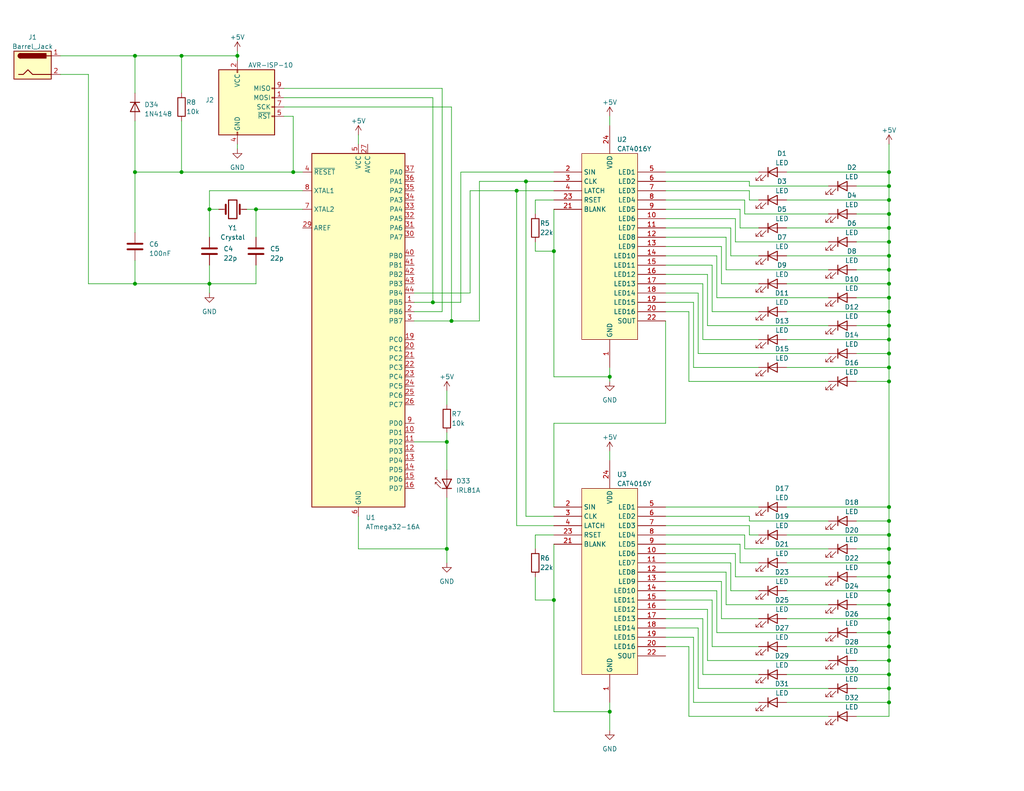
<source format=kicad_sch>
(kicad_sch (version 20230121) (generator eeschema)
  (paper "A")
  (lib_symbols
    (symbol "Connector:AVR-ISP-10" (pin_names (offset 1.016))
      (property "Reference" "J" (at -6.35 11.43 0))
      (property "Value" "AVR-ISP-10" (at 0 11.43 0))
      (symbol "AVR-ISP-10_0_1"
        (rectangle (start -2.667 -6.858) (end -2.413 -7.62))
        (rectangle (start -2.667 10.16) (end -2.413 9.398))
        (rectangle (start 7.62 -2.413) (end 6.858 -2.667))
        (rectangle (start 7.62 0.127) (end 6.858 -0.127))
        (rectangle (start 7.62 2.667) (end 6.858 2.413))
        (rectangle (start 7.62 5.207) (end 6.858 4.953))
        (rectangle (start 7.62 10.16) (end -7.62 -7.62) (stroke (width 0.254)) (fill (type background)))
      )
      (symbol "AVR-ISP-10_1_1"
        (pin passive line (at 10.16 2.54 180) (length 2.54) (name "MOSI") (number "1"))
        (pin passive line (at -2.54 -10.16 90) (length 2.54) hide (name "GND") (number "10"))
        (pin passive line (at -2.54 12.7 270) (length 2.54) (name "VCC") (number "2"))
        (pin no_connect line (at 7.62 -5.08 180) (length 2.54) hide (name "NC") (number "3"))
        (pin passive line (at -2.54 -10.16 90) (length 2.54) (name "GND") (number "4"))
        (pin passive line (at 10.16 -2.54 180) (length 2.54) (name "~{RST}") (number "5"))
        (pin passive line (at -2.54 -10.16 90) (length 2.54) hide (name "GND") (number "6"))
        (pin passive line (at 10.16 0 180) (length 2.54) (name "SCK") (number "7"))
        (pin passive line (at -2.54 -10.16 90) (length 2.54) hide (name "GND") (number "8"))
        (pin passive line (at 10.16 5.08 180) (length 2.54) (name "MISO") (number "9"))
      )
    )
    (symbol "Connector:Barrel_Jack" (pin_names (offset 1.016))
      (property "Reference" "J" (at 0 5.334 0))
      (property "Value" "Barrel_Jack" (at 0 -5.08 0))
      (symbol "Barrel_Jack_0_1"
        (rectangle (start -5.08 3.81) (end 5.08 -3.81) (stroke (width 0.254)) (fill (type background)))
        (arc (start -3.302 3.175) (mid -3.9343 2.54) (end -3.302 1.905) (stroke (width 0.254)))
        (arc (start -3.302 3.175) (mid -3.9343 2.54) (end -3.302 1.905) (stroke (width 0.254)) (fill (type outline)))
        (polyline (pts (xy 5.08 2.54) (xy 3.81 2.54)) (stroke (width 0.254)))
        (polyline (pts (xy -3.81 -2.54) (xy -2.54 -2.54) (xy -1.27 -1.27) (xy 0 -2.54) (xy 2.54 -2.54) (xy 5.08 -2.54)) (stroke (width 0.254)))
        (rectangle (start 3.683 3.175) (end -3.302 1.905) (stroke (width 0.254)) (fill (type outline)))
      )
      (symbol "Barrel_Jack_1_1"
        (pin passive line (at 7.62 2.54 180) (length 2.54) (name "~") (number "1"))
        (pin passive line (at 7.62 -2.54 180) (length 2.54) (name "~") (number "2"))
      )
    )
    (symbol "Device:C" (pin_numbers hide) (pin_names (offset 0.254))
      (property "Reference" "C" (at 0.635 2.54 0))
      (property "Value" "C" (at 0.635 -2.54 0))
      (symbol "C_0_1"
        (polyline (pts (xy -2.032 -0.762) (xy 2.032 -0.762)) (stroke (width 0.508)))
        (polyline (pts (xy -2.032 0.762) (xy 2.032 0.762)) (stroke (width 0.508)))
      )
      (symbol "C_1_1"
        (pin passive line (at 0 3.81 270) (length 2.794) (name "~") (number "1"))
        (pin passive line (at 0 -3.81 90) (length 2.794) (name "~") (number "2"))
      )
    )
    (symbol "Device:Crystal" (pin_numbers hide) (pin_names (offset 1.016) hide)
      (property "Reference" "Y" (at 0 3.81 0))
      (property "Value" "Crystal" (at 0 -3.81 0))
      (symbol "Crystal_0_1"
        (rectangle (start -1.143 2.54) (end 1.143 -2.54) (stroke (width 0.3048)))
        (polyline (pts (xy -2.54 0) (xy -1.905 0)))
        (polyline (pts (xy -1.905 -1.27) (xy -1.905 1.27)) (stroke (width 0.508)))
        (polyline (pts (xy 1.905 -1.27) (xy 1.905 1.27)) (stroke (width 0.508)))
        (polyline (pts (xy 2.54 0) (xy 1.905 0)))
      )
      (symbol "Crystal_1_1"
        (pin passive line (at -3.81 0 0) (length 1.27) (name "1") (number "1"))
        (pin passive line (at 3.81 0 180) (length 1.27) (name "2") (number "2"))
      )
    )
    (symbol "Device:LED" (pin_numbers hide) (pin_names (offset 1.016) hide)
      (property "Reference" "D" (at 0 2.54 0))
      (property "Value" "LED" (at 0 -2.54 0))
      (symbol "LED_0_1"
        (polyline (pts (xy -1.27 -1.27) (xy -1.27 1.27)) (stroke (width 0.254)))
        (polyline (pts (xy -1.27 0) (xy 1.27 0)))
        (polyline (pts (xy 1.27 -1.27) (xy 1.27 1.27) (xy -1.27 0) (xy 1.27 -1.27)) (stroke (width 0.254)))
        (polyline (pts (xy -3.048 -0.762) (xy -4.572 -2.286) (xy -3.81 -2.286) (xy -4.572 -2.286) (xy -4.572 -1.524)))
        (polyline (pts (xy -1.778 -0.762) (xy -3.302 -2.286) (xy -2.54 -2.286) (xy -3.302 -2.286) (xy -3.302 -1.524)))
      )
      (symbol "LED_1_1"
        (pin passive line (at -3.81 0 0) (length 2.54) (name "K") (number "1"))
        (pin passive line (at 3.81 0 180) (length 2.54) (name "A") (number "2"))
      )
    )
    (symbol "Device:R" (pin_numbers hide) (pin_names (offset 0))
      (property "Reference" "R" (at 2.032 0 90))
      (property "Value" "R" (at 0 0 90))
      (symbol "R_0_1"
        (rectangle (start -1.016 -2.54) (end 1.016 2.54) (stroke (width 0.254)))
      )
      (symbol "R_1_1"
        (pin passive line (at 0 3.81 270) (length 1.27) (name "~") (number "1"))
        (pin passive line (at 0 -3.81 90) (length 1.27) (name "~") (number "2"))
      )
    )
    (symbol "Diode:1N4148" (pin_numbers hide) (pin_names hide)
      (property "Reference" "D" (at 0 2.54 0))
      (property "Value" "1N4148" (at 0 -2.54 0))
      (symbol "1N4148_0_1"
        (polyline (pts (xy -1.27 1.27) (xy -1.27 -1.27)) (stroke (width 0.254)))
        (polyline (pts (xy 1.27 0) (xy -1.27 0)))
        (polyline (pts (xy 1.27 1.27) (xy 1.27 -1.27) (xy -1.27 0) (xy 1.27 1.27)) (stroke (width 0.254)))
      )
      (symbol "1N4148_1_1"
        (pin passive line (at -3.81 0 0) (length 2.54) (name "K") (number "1"))
        (pin passive line (at 3.81 0 180) (length 2.54) (name "A") (number "2"))
      )
    )
    (symbol "Driver_LED_Custom:CAT4016Y"
      (property "Reference" "U" (at -8.89 26.67 0))
      (property "Value" "CAT4016Y" (at 7.62 26.67 0))
      (symbol "CAT4016Y_1_0"
        (rectangle (start -7.62 25.4) (end 7.62 -25.4) (fill (type background)))
        (pin power_in line (at 0 -33.02 90) (length 7.62) (name "GND") (number "1"))
        (pin output line (at 15.24 7.62 180) (length 7.62) (name "LED6") (number "10"))
        (pin output line (at 15.24 5.08 180) (length 7.62) (name "LED7") (number "11"))
        (pin output line (at 15.24 2.54 180) (length 7.62) (name "LED8") (number "12"))
        (pin output line (at 15.24 0 180) (length 7.62) (name "LED9") (number "13"))
        (pin output line (at 15.24 -2.54 180) (length 7.62) (name "LED10") (number "14"))
        (pin output line (at 15.24 -5.08 180) (length 7.62) (name "LED11") (number "15"))
        (pin output line (at 15.24 -7.62 180) (length 7.62) (name "LED12") (number "16"))
        (pin output line (at 15.24 -10.16 180) (length 7.62) (name "LED13") (number "17"))
        (pin output line (at 15.24 -12.7 180) (length 7.62) (name "LED14") (number "18"))
        (pin output line (at 15.24 -15.24 180) (length 7.62) (name "LED15") (number "19"))
        (pin input line (at -15.24 20.32 0) (length 7.62) (name "SIN") (number "2"))
        (pin output line (at 15.24 -17.78 180) (length 7.62) (name "LED16") (number "20"))
        (pin passive line (at -15.24 10.16 0) (length 7.62) (name "BLANK") (number "21"))
        (pin output line (at 15.24 -20.32 180) (length 7.62) (name "SOUT") (number "22"))
        (pin passive line (at -15.24 12.7 0) (length 7.62) (name "RSET") (number "23"))
        (pin power_in line (at 0 33.02 270) (length 7.62) (name "VDD") (number "24"))
        (pin input line (at -15.24 17.78 0) (length 7.62) (name "CLK") (number "3"))
        (pin input line (at -15.24 15.24 0) (length 7.62) (name "LATCH") (number "4"))
        (pin output line (at 15.24 20.32 180) (length 7.62) (name "LED1") (number "5"))
        (pin output line (at 15.24 17.78 180) (length 7.62) (name "LED2") (number "6"))
        (pin output line (at 15.24 15.24 180) (length 7.62) (name "LED3") (number "7"))
        (pin output line (at 15.24 12.7 180) (length 7.62) (name "LED4") (number "8"))
        (pin output line (at 15.24 10.16 180) (length 7.62) (name "LED5") (number "9"))
      )
    )
    (symbol "LED:IRL81A" (pin_numbers hide) (pin_names (offset 1.016) hide)
      (property "Reference" "D" (at 0.508 1.778 0))
      (property "Value" "IRL81A" (at -1.016 -2.794 0))
      (symbol "IRL81A_0_1"
        (polyline (pts (xy -2.54 0) (xy 0 0)))
        (polyline (pts (xy -2.54 1.27) (xy -2.54 -1.27)) (stroke (width 0.254)))
        (polyline (pts (xy 0.381 3.175) (xy -0.127 3.175)))
        (polyline (pts (xy -1.143 1.651) (xy 0.381 3.175) (xy 0.381 2.667)))
        (polyline (pts (xy 0 -1.27) (xy 0 1.27) (xy -2.54 0) (xy 0 -1.27)) (stroke (width 0.254)))
        (polyline (pts (xy -2.413 1.651) (xy -0.889 3.175) (xy -0.889 2.667) (xy -0.889 3.175) (xy -1.397 3.175)))
      )
      (symbol "IRL81A_1_1"
        (pin passive line (at -5.08 0 0) (length 2.54) (name "K") (number "1"))
        (pin passive line (at 2.54 0 180) (length 2.54) (name "A") (number "2"))
      )
    )
    (symbol "MCU_Microchip_ATmega:ATmega32-16A"
      (property "Reference" "U" (at -12.7 49.53 0))
      (property "Value" "ATmega32-16A" (at 2.54 -49.53 0))
      (symbol "ATmega32-16A_0_1"
        (rectangle (start -12.7 -48.26) (end 12.7 48.26) (stroke (width 0.254)) (fill (type background)))
      )
      (symbol "ATmega32-16A_1_1"
        (pin bidirectional line (at 15.24 7.62 180) (length 2.54) (name "PB5") (number "1"))
        (pin bidirectional line (at 15.24 -27.94 180) (length 2.54) (name "PD1") (number "10"))
        (pin bidirectional line (at 15.24 -30.48 180) (length 2.54) (name "PD2") (number "11"))
        (pin bidirectional line (at 15.24 -33.02 180) (length 2.54) (name "PD3") (number "12"))
        (pin bidirectional line (at 15.24 -35.56 180) (length 2.54) (name "PD4") (number "13"))
        (pin bidirectional line (at 15.24 -38.1 180) (length 2.54) (name "PD5") (number "14"))
        (pin bidirectional line (at 15.24 -40.64 180) (length 2.54) (name "PD6") (number "15"))
        (pin bidirectional line (at 15.24 -43.18 180) (length 2.54) (name "PD7") (number "16"))
        (pin passive line (at 0 50.8 270) (length 2.54) hide (name "VCC") (number "17"))
        (pin passive line (at 0 -50.8 90) (length 2.54) hide (name "GND") (number "18"))
        (pin bidirectional line (at 15.24 -2.54 180) (length 2.54) (name "PC0") (number "19"))
        (pin bidirectional line (at 15.24 5.08 180) (length 2.54) (name "PB6") (number "2"))
        (pin bidirectional line (at 15.24 -5.08 180) (length 2.54) (name "PC1") (number "20"))
        (pin bidirectional line (at 15.24 -7.62 180) (length 2.54) (name "PC2") (number "21"))
        (pin bidirectional line (at 15.24 -10.16 180) (length 2.54) (name "PC3") (number "22"))
        (pin bidirectional line (at 15.24 -12.7 180) (length 2.54) (name "PC4") (number "23"))
        (pin bidirectional line (at 15.24 -15.24 180) (length 2.54) (name "PC5") (number "24"))
        (pin bidirectional line (at 15.24 -17.78 180) (length 2.54) (name "PC6") (number "25"))
        (pin bidirectional line (at 15.24 -20.32 180) (length 2.54) (name "PC7") (number "26"))
        (pin power_in line (at 2.54 50.8 270) (length 2.54) (name "AVCC") (number "27"))
        (pin passive line (at 0 -50.8 90) (length 2.54) hide (name "GND") (number "28"))
        (pin passive line (at -15.24 27.94 0) (length 2.54) (name "AREF") (number "29"))
        (pin bidirectional line (at 15.24 2.54 180) (length 2.54) (name "PB7") (number "3"))
        (pin bidirectional line (at 15.24 25.4 180) (length 2.54) (name "PA7") (number "30"))
        (pin bidirectional line (at 15.24 27.94 180) (length 2.54) (name "PA6") (number "31"))
        (pin bidirectional line (at 15.24 30.48 180) (length 2.54) (name "PA5") (number "32"))
        (pin bidirectional line (at 15.24 33.02 180) (length 2.54) (name "PA4") (number "33"))
        (pin bidirectional line (at 15.24 35.56 180) (length 2.54) (name "PA3") (number "34"))
        (pin bidirectional line (at 15.24 38.1 180) (length 2.54) (name "PA2") (number "35"))
        (pin bidirectional line (at 15.24 40.64 180) (length 2.54) (name "PA1") (number "36"))
        (pin bidirectional line (at 15.24 43.18 180) (length 2.54) (name "PA0") (number "37"))
        (pin passive line (at 0 50.8 270) (length 2.54) hide (name "VCC") (number "38"))
        (pin passive line (at 0 -50.8 90) (length 2.54) hide (name "GND") (number "39"))
        (pin input line (at -15.24 43.18 0) (length 2.54) (name "~{RESET}") (number "4"))
        (pin bidirectional line (at 15.24 20.32 180) (length 2.54) (name "PB0") (number "40"))
        (pin bidirectional line (at 15.24 17.78 180) (length 2.54) (name "PB1") (number "41"))
        (pin bidirectional line (at 15.24 15.24 180) (length 2.54) (name "PB2") (number "42"))
        (pin bidirectional line (at 15.24 12.7 180) (length 2.54) (name "PB3") (number "43"))
        (pin bidirectional line (at 15.24 10.16 180) (length 2.54) (name "PB4") (number "44"))
        (pin power_in line (at 0 50.8 270) (length 2.54) (name "VCC") (number "5"))
        (pin power_in line (at 0 -50.8 90) (length 2.54) (name "GND") (number "6"))
        (pin output line (at -15.24 33.02 0) (length 2.54) (name "XTAL2") (number "7"))
        (pin input line (at -15.24 38.1 0) (length 2.54) (name "XTAL1") (number "8"))
        (pin bidirectional line (at 15.24 -25.4 180) (length 2.54) (name "PD0") (number "9"))
      )
    )
    (symbol "power:+5V" (power) (pin_names (offset 0))
      (property "Value" "+5V" (at 0 3.556 0))
      (symbol "+5V_0_1"
        (polyline (pts (xy -0.762 1.27) (xy 0 2.54)))
        (polyline (pts (xy 0 0) (xy 0 2.54)))
        (polyline (pts (xy 0 2.54) (xy 0.762 1.27)))
      )
      (symbol "+5V_1_1"
        (pin power_in line (at 0 0 90) (length 0) hide (name "+5V") (number "1"))
      )
    )
    (symbol "power:GND" (power) (pin_names (offset 0))
      (property "Value" "GND" (at 0 -3.81 0))
      (symbol "GND_0_1"
        (polyline (pts (xy 0 0) (xy 0 -1.27) (xy 1.27 -1.27) (xy 0 -2.54) (xy -1.27 -1.27) (xy 0 -1.27)))
      )
      (symbol "GND_1_1"
        (pin power_in line (at 0 0 270) (length 0) hide (name "GND") (number "1"))
      )
    )
  )
  (junction (at 69.85 57.15))
  (junction (at 242.57 62.23))
  (junction (at 123.19 87.63))
  (junction (at 49.53 15.24))
  (junction (at 242.57 138.43))
  (junction (at 57.15 57.15))
  (junction (at 57.15 77.47))
  (junction (at 118.11 82.55))
  (junction (at 242.57 176.53))
  (junction (at 242.57 184.15))
  (junction (at 166.37 194.31))
  (junction (at 242.57 157.48))
  (junction (at 242.57 81.28))
  (junction (at 166.37 102.87))
  (junction (at 242.57 73.66))
  (junction (at 143.51 49.53))
  (junction (at 242.57 187.96))
  (junction (at 121.92 149.86))
  (junction (at 36.83 77.47))
  (junction (at 242.57 142.24))
  (junction (at 242.57 69.85))
  (junction (at 242.57 85.09))
  (junction (at 242.57 165.1))
  (junction (at 242.57 92.71))
  (junction (at 140.97 52.07))
  (junction (at 242.57 50.8))
  (junction (at 242.57 46.99))
  (junction (at 64.77 15.24))
  (junction (at 151.13 163.83))
  (junction (at 36.83 46.99))
  (junction (at 49.53 46.99))
  (junction (at 242.57 191.77))
  (junction (at 242.57 100.33))
  (junction (at 242.57 88.9))
  (junction (at 242.57 168.91))
  (junction (at 242.57 149.86))
  (junction (at 242.57 153.67))
  (junction (at 242.57 172.72))
  (junction (at 242.57 180.34))
  (junction (at 242.57 104.14))
  (junction (at 242.57 54.61))
  (junction (at 242.57 58.42))
  (junction (at 242.57 77.47))
  (junction (at 80.01 46.99))
  (junction (at 242.57 146.05))
  (junction (at 242.57 161.29))
  (junction (at 151.13 68.58))
  (junction (at 242.57 96.52))
  (junction (at 121.92 120.65))
  (junction (at 36.83 15.24))
  (junction (at 242.57 66.04))
  (wire (pts (xy 190.5 171.45) (xy 190.5 187.96)))
  (wire (pts (xy 36.83 46.99) (xy 36.83 63.5)))
  (wire (pts (xy 36.83 25.4) (xy 36.83 15.24)))
  (wire (pts (xy 196.85 77.47) (xy 207.01 77.47)))
  (wire (pts (xy 57.15 72.39) (xy 57.15 77.47)))
  (wire (pts (xy 199.39 69.85) (xy 207.01 69.85)))
  (wire (pts (xy 194.31 163.83) (xy 194.31 176.53)))
  (wire (pts (xy 233.68 50.8) (xy 242.57 50.8)))
  (wire (pts (xy 198.12 165.1) (xy 226.06 165.1)))
  (wire (pts (xy 181.61 64.77) (xy 198.12 64.77)))
  (wire (pts (xy 97.79 149.86) (xy 121.92 149.86)))
  (wire (pts (xy 181.61 161.29) (xy 195.58 161.29)))
  (wire (pts (xy 242.57 69.85) (xy 242.57 73.66)))
  (wire (pts (xy 193.04 88.9) (xy 226.06 88.9)))
  (wire (pts (xy 128.27 52.07) (xy 140.97 52.07)))
  (wire (pts (xy 200.66 59.69) (xy 200.66 66.04)))
  (wire (pts (xy 151.13 68.58) (xy 151.13 102.87)))
  (wire (pts (xy 204.47 50.8) (xy 226.06 50.8)))
  (wire (pts (xy 187.96 104.14) (xy 226.06 104.14)))
  (wire (pts (xy 181.61 57.15) (xy 201.93 57.15)))
  (wire (pts (xy 214.63 69.85) (xy 242.57 69.85)))
  (wire (pts (xy 64.77 40.64) (xy 64.77 39.37)))
  (wire (pts (xy 181.61 82.55) (xy 189.23 82.55)))
  (wire (pts (xy 140.97 143.51) (xy 140.97 52.07)))
  (wire (pts (xy 181.61 72.39) (xy 194.31 72.39)))
  (wire (pts (xy 242.57 161.29) (xy 242.57 165.1)))
  (wire (pts (xy 69.85 57.15) (xy 82.55 57.15)))
  (wire (pts (xy 187.96 195.58) (xy 226.06 195.58)))
  (wire (pts (xy 151.13 143.51) (xy 140.97 143.51)))
  (wire (pts (xy 214.63 138.43) (xy 242.57 138.43)))
  (wire (pts (xy 24.13 77.47) (xy 36.83 77.47)))
  (wire (pts (xy 242.57 39.37) (xy 242.57 46.99)))
  (wire (pts (xy 214.63 54.61) (xy 242.57 54.61)))
  (wire (pts (xy 187.96 85.09) (xy 187.96 104.14)))
  (wire (pts (xy 77.47 26.67) (xy 118.11 26.67)))
  (wire (pts (xy 242.57 73.66) (xy 242.57 77.47)))
  (wire (pts (xy 181.61 46.99) (xy 207.01 46.99)))
  (wire (pts (xy 181.61 166.37) (xy 193.04 166.37)))
  (wire (pts (xy 214.63 46.99) (xy 242.57 46.99)))
  (wire (pts (xy 242.57 187.96) (xy 242.57 191.77)))
  (wire (pts (xy 146.05 54.61) (xy 151.13 54.61)))
  (wire (pts (xy 242.57 153.67) (xy 242.57 157.48)))
  (wire (pts (xy 181.61 52.07) (xy 204.47 52.07)))
  (wire (pts (xy 199.39 161.29) (xy 207.01 161.29)))
  (wire (pts (xy 242.57 138.43) (xy 242.57 142.24)))
  (wire (pts (xy 49.53 46.99) (xy 49.53 33.02)))
  (wire (pts (xy 120.65 24.13) (xy 120.65 85.09)))
  (wire (pts (xy 181.61 156.21) (xy 198.12 156.21)))
  (wire (pts (xy 181.61 80.01) (xy 190.5 80.01)))
  (wire (pts (xy 201.93 62.23) (xy 207.01 62.23)))
  (wire (pts (xy 151.13 140.97) (xy 143.51 140.97)))
  (wire (pts (xy 49.53 15.24) (xy 64.77 15.24)))
  (wire (pts (xy 69.85 77.47) (xy 69.85 72.39)))
  (wire (pts (xy 203.2 54.61) (xy 203.2 58.42)))
  (wire (pts (xy 121.92 128.27) (xy 121.92 120.65)))
  (wire (pts (xy 181.61 138.43) (xy 207.01 138.43)))
  (wire (pts (xy 200.66 151.13) (xy 200.66 157.48)))
  (wire (pts (xy 242.57 58.42) (xy 242.57 62.23)))
  (wire (pts (xy 233.68 81.28) (xy 242.57 81.28)))
  (wire (pts (xy 166.37 102.87) (xy 166.37 104.14)))
  (wire (pts (xy 77.47 31.75) (xy 80.01 31.75)))
  (wire (pts (xy 166.37 123.19) (xy 166.37 125.73)))
  (wire (pts (xy 121.92 149.86) (xy 121.92 153.67)))
  (wire (pts (xy 77.47 29.21) (xy 123.19 29.21)))
  (wire (pts (xy 181.61 49.53) (xy 204.47 49.53)))
  (wire (pts (xy 242.57 180.34) (xy 242.57 184.15)))
  (wire (pts (xy 80.01 46.99) (xy 82.55 46.99)))
  (wire (pts (xy 97.79 36.83) (xy 97.79 39.37)))
  (wire (pts (xy 233.68 142.24) (xy 242.57 142.24)))
  (wire (pts (xy 130.81 49.53) (xy 143.51 49.53)))
  (wire (pts (xy 242.57 46.99) (xy 242.57 50.8)))
  (wire (pts (xy 242.57 92.71) (xy 242.57 96.52)))
  (wire (pts (xy 233.68 157.48) (xy 242.57 157.48)))
  (wire (pts (xy 214.63 85.09) (xy 242.57 85.09)))
  (wire (pts (xy 194.31 176.53) (xy 207.01 176.53)))
  (wire (pts (xy 151.13 163.83) (xy 151.13 194.31)))
  (wire (pts (xy 242.57 157.48) (xy 242.57 161.29)))
  (wire (pts (xy 181.61 69.85) (xy 195.58 69.85)))
  (wire (pts (xy 181.61 173.99) (xy 189.23 173.99)))
  (wire (pts (xy 130.81 87.63) (xy 130.81 49.53)))
  (wire (pts (xy 200.66 66.04) (xy 226.06 66.04)))
  (wire (pts (xy 151.13 148.59) (xy 151.13 163.83)))
  (wire (pts (xy 123.19 87.63) (xy 130.81 87.63)))
  (wire (pts (xy 191.77 77.47) (xy 191.77 92.71)))
  (wire (pts (xy 242.57 191.77) (xy 242.57 195.58)))
  (wire (pts (xy 242.57 172.72) (xy 242.57 176.53)))
  (wire (pts (xy 214.63 176.53) (xy 242.57 176.53)))
  (wire (pts (xy 77.47 24.13) (xy 120.65 24.13)))
  (wire (pts (xy 233.68 73.66) (xy 242.57 73.66)))
  (wire (pts (xy 195.58 172.72) (xy 226.06 172.72)))
  (wire (pts (xy 199.39 62.23) (xy 199.39 69.85)))
  (wire (pts (xy 64.77 13.97) (xy 64.77 15.24)))
  (wire (pts (xy 181.61 153.67) (xy 199.39 153.67)))
  (wire (pts (xy 195.58 69.85) (xy 195.58 81.28)))
  (wire (pts (xy 195.58 81.28) (xy 226.06 81.28)))
  (wire (pts (xy 190.5 96.52) (xy 226.06 96.52)))
  (wire (pts (xy 143.51 49.53) (xy 151.13 49.53)))
  (wire (pts (xy 181.61 74.93) (xy 193.04 74.93)))
  (wire (pts (xy 196.85 168.91) (xy 207.01 168.91)))
  (wire (pts (xy 233.68 149.86) (xy 242.57 149.86)))
  (wire (pts (xy 242.57 165.1) (xy 242.57 168.91)))
  (wire (pts (xy 151.13 102.87) (xy 166.37 102.87)))
  (wire (pts (xy 196.85 67.31) (xy 196.85 77.47)))
  (wire (pts (xy 242.57 104.14) (xy 233.68 104.14)))
  (wire (pts (xy 190.5 80.01) (xy 190.5 96.52)))
  (wire (pts (xy 204.47 52.07) (xy 204.47 54.61)))
  (wire (pts (xy 233.68 165.1) (xy 242.57 165.1)))
  (wire (pts (xy 193.04 74.93) (xy 193.04 88.9)))
  (wire (pts (xy 181.61 143.51) (xy 204.47 143.51)))
  (wire (pts (xy 187.96 176.53) (xy 187.96 195.58)))
  (wire (pts (xy 242.57 54.61) (xy 242.57 58.42)))
  (wire (pts (xy 120.65 85.09) (xy 113.03 85.09)))
  (wire (pts (xy 49.53 25.4) (xy 49.53 15.24)))
  (wire (pts (xy 242.57 77.47) (xy 242.57 81.28)))
  (wire (pts (xy 242.57 100.33) (xy 242.57 104.14)))
  (wire (pts (xy 97.79 140.97) (xy 97.79 149.86)))
  (wire (pts (xy 36.83 77.47) (xy 57.15 77.47)))
  (wire (pts (xy 191.77 184.15) (xy 207.01 184.15)))
  (wire (pts (xy 201.93 148.59) (xy 201.93 153.67)))
  (wire (pts (xy 16.51 15.24) (xy 36.83 15.24)))
  (wire (pts (xy 199.39 153.67) (xy 199.39 161.29)))
  (wire (pts (xy 143.51 140.97) (xy 143.51 49.53)))
  (wire (pts (xy 196.85 158.75) (xy 196.85 168.91)))
  (wire (pts (xy 146.05 66.04) (xy 146.05 68.58)))
  (wire (pts (xy 181.61 151.13) (xy 200.66 151.13)))
  (wire (pts (xy 151.13 57.15) (xy 151.13 68.58)))
  (wire (pts (xy 181.61 171.45) (xy 190.5 171.45)))
  (wire (pts (xy 181.61 148.59) (xy 201.93 148.59)))
  (wire (pts (xy 36.83 46.99) (xy 49.53 46.99)))
  (wire (pts (xy 190.5 187.96) (xy 226.06 187.96)))
  (wire (pts (xy 118.11 26.67) (xy 118.11 82.55)))
  (wire (pts (xy 233.68 88.9) (xy 242.57 88.9)))
  (wire (pts (xy 203.2 58.42) (xy 226.06 58.42)))
  (wire (pts (xy 242.57 149.86) (xy 242.57 153.67)))
  (wire (pts (xy 242.57 62.23) (xy 242.57 66.04)))
  (wire (pts (xy 198.12 64.77) (xy 198.12 73.66)))
  (wire (pts (xy 64.77 15.24) (xy 64.77 16.51)))
  (wire (pts (xy 181.61 115.57) (xy 151.13 115.57)))
  (wire (pts (xy 193.04 166.37) (xy 193.04 180.34)))
  (wire (pts (xy 214.63 62.23) (xy 242.57 62.23)))
  (wire (pts (xy 195.58 161.29) (xy 195.58 172.72)))
  (wire (pts (xy 233.68 58.42) (xy 242.57 58.42)))
  (wire (pts (xy 121.92 118.11) (xy 121.92 120.65)))
  (wire (pts (xy 140.97 52.07) (xy 151.13 52.07)))
  (wire (pts (xy 57.15 52.07) (xy 82.55 52.07)))
  (wire (pts (xy 214.63 92.71) (xy 242.57 92.71)))
  (wire (pts (xy 204.47 143.51) (xy 204.47 146.05)))
  (wire (pts (xy 67.31 57.15) (xy 69.85 57.15)))
  (wire (pts (xy 189.23 100.33) (xy 207.01 100.33)))
  (wire (pts (xy 204.47 49.53) (xy 204.47 50.8)))
  (wire (pts (xy 57.15 57.15) (xy 57.15 52.07)))
  (wire (pts (xy 242.57 96.52) (xy 242.57 100.33)))
  (wire (pts (xy 121.92 106.68) (xy 121.92 110.49)))
  (wire (pts (xy 113.03 80.01) (xy 128.27 80.01)))
  (wire (pts (xy 146.05 157.48) (xy 146.05 163.83)))
  (wire (pts (xy 194.31 85.09) (xy 207.01 85.09)))
  (wire (pts (xy 214.63 191.77) (xy 242.57 191.77)))
  (wire (pts (xy 57.15 77.47) (xy 57.15 80.01)))
  (wire (pts (xy 57.15 77.47) (xy 69.85 77.47)))
  (wire (pts (xy 198.12 73.66) (xy 226.06 73.66)))
  (wire (pts (xy 203.2 149.86) (xy 226.06 149.86)))
  (wire (pts (xy 242.57 50.8) (xy 242.57 54.61)))
  (wire (pts (xy 24.13 20.32) (xy 24.13 77.47)))
  (wire (pts (xy 181.61 176.53) (xy 187.96 176.53)))
  (wire (pts (xy 214.63 146.05) (xy 242.57 146.05)))
  (wire (pts (xy 121.92 120.65) (xy 113.03 120.65)))
  (wire (pts (xy 57.15 57.15) (xy 57.15 64.77)))
  (wire (pts (xy 193.04 180.34) (xy 226.06 180.34)))
  (wire (pts (xy 181.61 67.31) (xy 196.85 67.31)))
  (wire (pts (xy 189.23 191.77) (xy 207.01 191.77)))
  (wire (pts (xy 204.47 54.61) (xy 207.01 54.61)))
  (wire (pts (xy 204.47 146.05) (xy 207.01 146.05)))
  (wire (pts (xy 201.93 57.15) (xy 201.93 62.23)))
  (wire (pts (xy 242.57 104.14) (xy 242.57 138.43)))
  (wire (pts (xy 146.05 58.42) (xy 146.05 54.61)))
  (wire (pts (xy 214.63 77.47) (xy 242.57 77.47)))
  (wire (pts (xy 166.37 191.77) (xy 166.37 194.31)))
  (wire (pts (xy 233.68 66.04) (xy 242.57 66.04)))
  (wire (pts (xy 242.57 168.91) (xy 242.57 172.72)))
  (wire (pts (xy 233.68 187.96) (xy 242.57 187.96)))
  (wire (pts (xy 16.51 20.32) (xy 24.13 20.32)))
  (wire (pts (xy 151.13 194.31) (xy 166.37 194.31)))
  (wire (pts (xy 191.77 168.91) (xy 191.77 184.15)))
  (wire (pts (xy 242.57 195.58) (xy 233.68 195.58)))
  (wire (pts (xy 49.53 46.99) (xy 80.01 46.99)))
  (wire (pts (xy 214.63 100.33) (xy 242.57 100.33)))
  (wire (pts (xy 233.68 96.52) (xy 242.57 96.52)))
  (wire (pts (xy 201.93 153.67) (xy 207.01 153.67)))
  (wire (pts (xy 146.05 163.83) (xy 151.13 163.83)))
  (wire (pts (xy 69.85 64.77) (xy 69.85 57.15)))
  (wire (pts (xy 181.61 85.09) (xy 187.96 85.09)))
  (wire (pts (xy 181.61 158.75) (xy 196.85 158.75)))
  (wire (pts (xy 242.57 184.15) (xy 242.57 187.96)))
  (wire (pts (xy 233.68 180.34) (xy 242.57 180.34)))
  (wire (pts (xy 214.63 161.29) (xy 242.57 161.29)))
  (wire (pts (xy 57.15 57.15) (xy 59.69 57.15)))
  (wire (pts (xy 181.61 140.97) (xy 204.47 140.97)))
  (wire (pts (xy 36.83 33.02) (xy 36.83 46.99)))
  (wire (pts (xy 181.61 87.63) (xy 181.61 115.57)))
  (wire (pts (xy 242.57 146.05) (xy 242.57 149.86)))
  (wire (pts (xy 125.73 46.99) (xy 125.73 82.55)))
  (wire (pts (xy 36.83 15.24) (xy 49.53 15.24)))
  (wire (pts (xy 151.13 115.57) (xy 151.13 138.43)))
  (wire (pts (xy 203.2 146.05) (xy 203.2 149.86)))
  (wire (pts (xy 204.47 142.24) (xy 226.06 142.24)))
  (wire (pts (xy 214.63 168.91) (xy 242.57 168.91)))
  (wire (pts (xy 80.01 31.75) (xy 80.01 46.99)))
  (wire (pts (xy 242.57 142.24) (xy 242.57 146.05)))
  (wire (pts (xy 181.61 77.47) (xy 191.77 77.47)))
  (wire (pts (xy 198.12 156.21) (xy 198.12 165.1)))
  (wire (pts (xy 123.19 87.63) (xy 113.03 87.63)))
  (wire (pts (xy 181.61 54.61) (xy 203.2 54.61)))
  (wire (pts (xy 146.05 68.58) (xy 151.13 68.58)))
  (wire (pts (xy 214.63 153.67) (xy 242.57 153.67)))
  (wire (pts (xy 189.23 82.55) (xy 189.23 100.33)))
  (wire (pts (xy 242.57 85.09) (xy 242.57 88.9)))
  (wire (pts (xy 233.68 172.72) (xy 242.57 172.72)))
  (wire (pts (xy 166.37 100.33) (xy 166.37 102.87)))
  (wire (pts (xy 166.37 194.31) (xy 166.37 199.39)))
  (wire (pts (xy 146.05 146.05) (xy 151.13 146.05)))
  (wire (pts (xy 189.23 173.99) (xy 189.23 191.77)))
  (wire (pts (xy 128.27 80.01) (xy 128.27 52.07)))
  (wire (pts (xy 181.61 168.91) (xy 191.77 168.91)))
  (wire (pts (xy 181.61 59.69) (xy 200.66 59.69)))
  (wire (pts (xy 242.57 81.28) (xy 242.57 85.09)))
  (wire (pts (xy 181.61 62.23) (xy 199.39 62.23)))
  (wire (pts (xy 151.13 46.99) (xy 125.73 46.99)))
  (wire (pts (xy 36.83 71.12) (xy 36.83 77.47)))
  (wire (pts (xy 118.11 82.55) (xy 113.03 82.55)))
  (wire (pts (xy 200.66 157.48) (xy 226.06 157.48)))
  (wire (pts (xy 194.31 72.39) (xy 194.31 85.09)))
  (wire (pts (xy 121.92 135.89) (xy 121.92 149.86)))
  (wire (pts (xy 242.57 66.04) (xy 242.57 69.85)))
  (wire (pts (xy 204.47 140.97) (xy 204.47 142.24)))
  (wire (pts (xy 242.57 176.53) (xy 242.57 180.34)))
  (wire (pts (xy 166.37 31.75) (xy 166.37 34.29)))
  (wire (pts (xy 242.57 88.9) (xy 242.57 92.71)))
  (wire (pts (xy 146.05 149.86) (xy 146.05 146.05)))
  (wire (pts (xy 125.73 82.55) (xy 118.11 82.55)))
  (wire (pts (xy 181.61 163.83) (xy 194.31 163.83)))
  (wire (pts (xy 214.63 184.15) (xy 242.57 184.15)))
  (wire (pts (xy 181.61 146.05) (xy 203.2 146.05)))
  (wire (pts (xy 123.19 29.21) (xy 123.19 87.63)))
  (wire (pts (xy 191.77 92.71) (xy 207.01 92.71)))
  (symbol (lib_id "Device:LED") (at 210.82 161.29 0) (unit 1)
    (property "Reference" "D23" (at 213.36 156.21 0))
    (property "Value" "LED" (at 213.36 158.75 0))
    (property "Footprint" "LED_SMD:LED_1206_3216Metric" (effects hide))
  )
  (symbol (lib_id "Device:LED") (at 229.87 142.24 0) (unit 1)
    (property "Reference" "D18" (at 232.41 137.16 0))
    (property "Value" "LED" (at 232.41 139.7 0))
    (property "Footprint" "LED_SMD:LED_1206_3216Metric" (effects hide))
  )
  (symbol (lib_id "Device:LED") (at 210.82 77.47 0) (unit 1)
    (property "Reference" "D9" (at 213.36 72.39 0))
    (property "Value" "LED" (at 213.36 74.93 0))
    (property "Footprint" "LED_SMD:LED_1206_3216Metric" (effects hide))
  )
  (symbol (lib_id "Device:LED") (at 210.82 176.53 0) (unit 1)
    (property "Reference" "D27" (at 213.36 171.45 0))
    (property "Value" "LED" (at 213.36 173.99 0))
    (property "Footprint" "LED_SMD:LED_1206_3216Metric" (effects hide))
  )
  (symbol (lib_id "Device:R") (at 121.92 114.3 0) (unit 1)
    (property "Reference" "R7" (at 123.19 113.03 0) (effects (justify left)))
    (property "Value" "10k" (at 123.19 115.57 0) (effects (justify left)))
    (property "Footprint" "Resistor_SMD:R_0201_0603Metric_Pad0.64x0.40mm_HandSolder" (effects hide))
  )
  (symbol (lib_id "Connector:Barrel_Jack") (at 8.89 17.78 0) (unit 1)
    (property "Reference" "J1" (at 8.89 10.16 0))
    (property "Value" "Barrel_Jack" (at 8.89 12.7 0))
    (property "Footprint" "Connector_JST:JST_PH_S2B-PH-SM4-TB_1x02-1MP_P2.00mm_Horizontal" (effects hide))
  )
  (symbol (lib_id "Device:Crystal") (at 63.5 57.15 0) (unit 1)
    (property "Reference" "Y1" (at 63.5 62.23 0))
    (property "Value" "Crystal" (at 63.5 64.77 0))
    (property "Footprint" "Crystal:Crystal_HC49-4H_Vertical" (effects hide))
  )
  (symbol (lib_id "Device:LED") (at 229.87 195.58 0) (unit 1)
    (property "Reference" "D32" (at 232.41 190.5 0))
    (property "Value" "LED" (at 232.41 193.04 0))
    (property "Footprint" "LED_SMD:LED_1206_3216Metric" (effects hide))
  )
  (symbol (lib_id "power:+5V") (at 166.37 31.75 0) (unit 1)
    (property "Reference" "#PWR05" (effects hide))
    (property "Value" "+5V" (at 166.37 27.94 0))
  )
  (symbol (lib_id "power:+5V") (at 97.79 36.83 0) (unit 1)
    (property "Reference" "#PWR03" (effects hide))
    (property "Value" "+5V" (at 97.79 33.02 0))
  )
  (symbol (lib_id "Device:LED") (at 210.82 153.67 0) (unit 1)
    (property "Reference" "D21" (at 213.36 148.59 0))
    (property "Value" "LED" (at 213.36 151.13 0))
    (property "Footprint" "LED_SMD:LED_1206_3216Metric" (effects hide))
  )
  (symbol (lib_id "Device:LED") (at 210.82 54.61 0) (unit 1)
    (property "Reference" "D3" (at 213.36 49.53 0))
    (property "Value" "LED" (at 213.36 52.07 0))
    (property "Footprint" "LED_SMD:LED_1206_3216Metric" (effects hide))
  )
  (symbol (lib_id "power:GND") (at 121.92 153.67 0) (unit 1)
    (property "Reference" "#PWR010" (effects hide))
    (property "Value" "GND" (at 121.92 158.75 0))
  )
  (symbol (lib_id "Device:LED") (at 229.87 50.8 0) (unit 1)
    (property "Reference" "D2" (at 232.41 45.72 0))
    (property "Value" "LED" (at 232.41 48.26 0))
    (property "Footprint" "LED_SMD:LED_1206_3216Metric" (effects hide))
  )
  (symbol (lib_id "Device:R") (at 146.05 62.23 0) (unit 1)
    (property "Reference" "R5" (at 147.32 60.96 0) (effects (justify left)))
    (property "Value" "22k" (at 147.32 63.5 0) (effects (justify left)))
    (property "Footprint" "Resistor_SMD:R_0201_0603Metric_Pad0.64x0.40mm_HandSolder" (effects hide))
  )
  (symbol (lib_id "Device:LED") (at 229.87 180.34 0) (unit 1)
    (property "Reference" "D28" (at 232.41 175.26 0))
    (property "Value" "LED" (at 232.41 177.8 0))
    (property "Footprint" "LED_SMD:LED_1206_3216Metric" (effects hide))
  )
  (symbol (lib_id "power:GND") (at 57.15 80.01 0) (unit 1)
    (property "Reference" "#PWR01" (effects hide))
    (property "Value" "GND" (at 57.15 85.09 0))
  )
  (symbol (lib_id "Device:LED") (at 229.87 149.86 0) (unit 1)
    (property "Reference" "D20" (at 232.41 144.78 0))
    (property "Value" "LED" (at 232.41 147.32 0))
    (property "Footprint" "LED_SMD:LED_1206_3216Metric" (effects hide))
  )
  (symbol (lib_id "Device:R") (at 49.53 29.21 0) (unit 1)
    (property "Reference" "R8" (at 50.8 27.94 0) (effects (justify left)))
    (property "Value" "10k" (at 50.8 30.48 0) (effects (justify left)))
    (property "Footprint" "Resistor_SMD:R_0201_0603Metric_Pad0.64x0.40mm_HandSolder" (effects hide))
  )
  (symbol (lib_id "Device:C") (at 36.83 67.31 0) (unit 1)
    (property "Reference" "C6" (at 40.64 66.675 0) (effects (justify left)))
    (property "Value" "100nF" (at 40.64 69.215 0) (effects (justify left)))
    (property "Footprint" "Capacitor_SMD:C_0201_0603Metric_Pad0.64x0.40mm_HandSolder" (effects hide))
  )
  (symbol (lib_id "MCU_Microchip_ATmega:ATmega32-16A") (at 97.79 90.17 0) (unit 1)
    (property "Reference" "U1" (at 99.7459 141.3002 0) (effects (justify left)))
    (property "Value" "ATmega32-16A" (at 99.7459 143.8402 0) (effects (justify left)))
    (property "Footprint" "Package_QFP:TQFP-44_10x10mm_P0.8mm" (effects hide))
    (property "Datasheet" "http://ww1.microchip.com/downloads/en/DeviceDoc/doc2503.pdf" (effects hide))
  )
  (symbol (lib_id "Device:LED") (at 229.87 96.52 0) (unit 1)
    (property "Reference" "D14" (at 232.41 91.44 0))
    (property "Value" "LED" (at 232.41 93.98 0))
    (property "Footprint" "LED_SMD:LED_1206_3216Metric" (effects hide))
  )
  (symbol (lib_id "Device:LED") (at 210.82 85.09 0) (unit 1)
    (property "Reference" "D11" (at 213.36 80.01 0))
    (property "Value" "LED" (at 213.36 82.55 0))
    (property "Footprint" "LED_SMD:LED_1206_3216Metric" (effects hide))
  )
  (symbol (lib_id "Device:LED") (at 229.87 104.14 0) (unit 1)
    (property "Reference" "D16" (at 232.41 99.06 0))
    (property "Value" "LED" (at 232.41 101.6 0))
    (property "Footprint" "LED_SMD:LED_1206_3216Metric" (effects hide))
  )
  (symbol (lib_id "Device:LED") (at 210.82 62.23 0) (unit 1)
    (property "Reference" "D5" (at 213.36 57.15 0))
    (property "Value" "LED" (at 213.36 59.69 0))
    (property "Footprint" "LED_SMD:LED_1206_3216Metric" (effects hide))
  )
  (symbol (lib_id "Device:LED") (at 229.87 187.96 0) (unit 1)
    (property "Reference" "D30" (at 232.41 182.88 0))
    (property "Value" "LED" (at 232.41 185.42 0))
    (property "Footprint" "LED_SMD:LED_1206_3216Metric" (effects hide))
  )
  (symbol (lib_id "power:+5V") (at 166.37 123.19 0) (unit 1)
    (property "Reference" "#PWR06" (effects hide))
    (property "Value" "+5V" (at 166.37 119.38 0))
  )
  (symbol (lib_id "power:GND") (at 166.37 104.14 0) (unit 1)
    (property "Reference" "#PWR07" (effects hide))
    (property "Value" "GND" (at 166.37 109.22 0))
  )
  (symbol (lib_id "Device:LED") (at 229.87 165.1 0) (unit 1)
    (property "Reference" "D24" (at 232.41 160.02 0))
    (property "Value" "LED" (at 232.41 162.56 0))
    (property "Footprint" "LED_SMD:LED_1206_3216Metric" (effects hide))
  )
  (symbol (lib_id "Device:LED") (at 210.82 184.15 0) (unit 1)
    (property "Reference" "D29" (at 213.36 179.07 0))
    (property "Value" "LED" (at 213.36 181.61 0))
    (property "Footprint" "LED_SMD:LED_1206_3216Metric" (effects hide))
  )
  (symbol (lib_id "Driver_LED_Custom:CAT4016Y") (at 166.37 67.31 0) (unit 1)
    (property "Reference" "U2" (at 168.3259 38.1 0) (effects (justify left)))
    (property "Value" "CAT4016Y" (at 168.3259 40.64 0) (effects (justify left)))
    (property "Footprint" "Package_SO:SOIC-24W_7.5x15.4mm_P1.27mm" (effects hide))
    (property "Datasheet" "https://www.onsemi.com/pdf/datasheet/cat4016-d.pdf" (effects hide))
  )
  (symbol (lib_id "Device:LED") (at 210.82 92.71 0) (unit 1)
    (property "Reference" "D13" (at 213.36 87.63 0))
    (property "Value" "LED" (at 213.36 90.17 0))
    (property "Footprint" "LED_SMD:LED_1206_3216Metric" (effects hide))
  )
  (symbol (lib_id "Device:LED") (at 229.87 66.04 0) (unit 1)
    (property "Reference" "D6" (at 232.41 60.96 0))
    (property "Value" "LED" (at 232.41 63.5 0))
    (property "Footprint" "LED_SMD:LED_1206_3216Metric" (effects hide))
  )
  (symbol (lib_id "Device:LED") (at 210.82 46.99 0) (unit 1)
    (property "Reference" "D1" (at 213.36 41.91 0))
    (property "Value" "LED" (at 213.36 44.45 0))
    (property "Footprint" "LED_SMD:LED_1206_3216Metric" (effects hide))
  )
  (symbol (lib_id "Device:LED") (at 210.82 146.05 0) (unit 1)
    (property "Reference" "D19" (at 213.36 140.97 0))
    (property "Value" "LED" (at 213.36 143.51 0))
    (property "Footprint" "LED_SMD:LED_1206_3216Metric" (effects hide))
  )
  (symbol (lib_id "Device:LED") (at 210.82 138.43 0) (unit 1)
    (property "Reference" "D17" (at 213.36 133.35 0))
    (property "Value" "LED" (at 213.36 135.89 0))
    (property "Footprint" "LED_SMD:LED_1206_3216Metric" (effects hide))
  )
  (symbol (lib_id "Device:LED") (at 229.87 81.28 0) (unit 1)
    (property "Reference" "D10" (at 232.41 76.2 0))
    (property "Value" "LED" (at 232.41 78.74 0))
    (property "Footprint" "LED_SMD:LED_1206_3216Metric" (effects hide))
  )
  (symbol (lib_id "Device:C") (at 69.85 68.58 0) (unit 1)
    (property "Reference" "C5" (at 73.66 67.945 0) (effects (justify left)))
    (property "Value" "22p" (at 73.66 70.485 0) (effects (justify left)))
    (property "Footprint" "Capacitor_SMD:C_0201_0603Metric_Pad0.64x0.40mm_HandSolder" (effects hide))
  )
  (symbol (lib_id "Device:C") (at 57.15 68.58 0) (unit 1)
    (property "Reference" "C4" (at 60.96 67.945 0) (effects (justify left)))
    (property "Value" "22p" (at 60.96 70.485 0) (effects (justify left)))
    (property "Footprint" "Capacitor_SMD:C_0201_0603Metric_Pad0.64x0.40mm_HandSolder" (effects hide))
  )
  (symbol (lib_id "Device:LED") (at 210.82 69.85 0) (unit 1)
    (property "Reference" "D7" (at 213.36 64.77 0))
    (property "Value" "LED" (at 213.36 67.31 0))
    (property "Footprint" "LED_SMD:LED_1206_3216Metric" (effects hide))
  )
  (symbol (lib_id "Device:LED") (at 229.87 157.48 0) (unit 1)
    (property "Reference" "D22" (at 232.41 152.4 0))
    (property "Value" "LED" (at 232.41 154.94 0))
    (property "Footprint" "LED_SMD:LED_1206_3216Metric" (effects hide))
  )
  (symbol (lib_id "Diode:1N4148") (at 36.83 29.21 270) (unit 1)
    (property "Reference" "D34" (at 39.37 28.575 90) (effects (justify left)))
    (property "Value" "1N4148" (at 39.37 31.115 90) (effects (justify left)))
    (property "Footprint" "Diode_THT:D_DO-35_SOD27_P7.62mm_Horizontal" (effects hide))
    (property "Datasheet" "https://assets.nexperia.com/documents/data-sheet/1N4148_1N4448.pdf" (effects hide))
    (property "Sim.Device" "D" (effects hide))
    (property "Sim.Pins" "1=K 2=A" (effects hide))
  )
  (symbol (lib_id "Device:LED") (at 229.87 73.66 0) (unit 1)
    (property "Reference" "D8" (at 232.41 68.58 0))
    (property "Value" "LED" (at 232.41 71.12 0))
    (property "Footprint" "LED_SMD:LED_1206_3216Metric" (effects hide))
  )
  (symbol (lib_id "Device:LED") (at 229.87 172.72 0) (unit 1)
    (property "Reference" "D26" (at 232.41 167.64 0))
    (property "Value" "LED" (at 232.41 170.18 0))
    (property "Footprint" "LED_SMD:LED_1206_3216Metric" (effects hide))
  )
  (symbol (lib_id "power:+5V") (at 242.57 39.37 0) (unit 1)
    (property "Reference" "#PWR09" (effects hide))
    (property "Value" "+5V" (at 242.57 35.56 0))
  )
  (symbol (lib_id "power:GND") (at 166.37 199.39 0) (unit 1)
    (property "Reference" "#PWR08" (effects hide))
    (property "Value" "GND" (at 166.37 204.47 0))
  )
  (symbol (lib_id "Connector:AVR-ISP-10") (at 67.31 29.21 0) (unit 1)
    (property "Reference" "J2" (at 58.42 27.305 0) (effects (justify right)))
    (property "Value" "AVR-ISP-10" (at 80.01 17.78 0) (effects (justify right)))
    (property "Footprint" "Connectors:ISP-10" (effects hide))
    (property "Datasheet" " ~" (effects hide))
  )
  (symbol (lib_id "LED:IRL81A") (at 121.92 130.81 90) (unit 1)
    (property "Reference" "D33" (at 124.46 131.318 90) (effects (justify right)))
    (property "Value" "IRL81A" (at 124.46 133.858 90) (effects (justify right)))
    (property "Footprint" "LED_THT:LED_SideEmitter_Rectangular_W4.5mm_H1.6mm" (effects hide))
    (property "Datasheet" "http://www.osram-os.com/Graphics/XPic0/00203825_0.pdf" (effects hide))
  )
  (symbol (lib_id "power:+5V") (at 64.77 13.97 0) (unit 1)
    (property "Reference" "#PWR04" (effects hide))
    (property "Value" "+5V" (at 64.77 10.16 0))
  )
  (symbol (lib_id "Driver_LED_Custom:CAT4016Y") (at 166.37 158.75 0) (unit 1)
    (property "Reference" "U3" (at 168.3259 129.54 0) (effects (justify left)))
    (property "Value" "CAT4016Y" (at 168.3259 132.08 0) (effects (justify left)))
    (property "Footprint" "Package_SO:SOIC-24W_7.5x15.4mm_P1.27mm" (effects hide))
    (property "Datasheet" "https://www.onsemi.com/pdf/datasheet/cat4016-d.pdf" (effects hide))
  )
  (symbol (lib_id "Device:LED") (at 210.82 191.77 0) (unit 1)
    (property "Reference" "D31" (at 213.36 186.69 0))
    (property "Value" "LED" (at 213.36 189.23 0))
    (property "Footprint" "LED_SMD:LED_1206_3216Metric" (effects hide))
  )
  (symbol (lib_id "Device:LED") (at 229.87 58.42 0) (unit 1)
    (property "Reference" "D4" (at 232.41 53.34 0))
    (property "Value" "LED" (at 232.41 55.88 0))
    (property "Footprint" "LED_SMD:LED_1206_3216Metric" (effects hide))
  )
  (symbol (lib_id "Device:LED") (at 210.82 168.91 0) (unit 1)
    (property "Reference" "D25" (at 213.36 163.83 0))
    (property "Value" "LED" (at 213.36 166.37 0))
    (property "Footprint" "LED_SMD:LED_1206_3216Metric" (effects hide))
  )
  (symbol (lib_id "Device:LED") (at 210.82 100.33 0) (unit 1)
    (property "Reference" "D15" (at 213.36 95.25 0))
    (property "Value" "LED" (at 213.36 97.79 0))
    (property "Footprint" "LED_SMD:LED_1206_3216Metric" (effects hide))
  )
  (symbol (lib_id "Device:LED") (at 229.87 88.9 0) (unit 1)
    (property "Reference" "D12" (at 232.41 83.82 0))
    (property "Value" "LED" (at 232.41 86.36 0))
    (property "Footprint" "LED_SMD:LED_1206_3216Metric" (effects hide))
  )
  (symbol (lib_id "power:GND") (at 64.77 40.64 0) (unit 1)
    (property "Reference" "#PWR02" (effects hide))
    (property "Value" "GND" (at 64.77 45.72 0))
  )
  (symbol (lib_id "power:+5V") (at 121.92 106.68 0) (unit 1)
    (property "Reference" "#PWR011" (effects hide))
    (property "Value" "+5V" (at 121.92 102.87 0))
  )
  (symbol (lib_id "Device:R") (at 146.05 153.67 0) (unit 1)
    (property "Reference" "R6" (at 147.32 152.4 0) (effects (justify left)))
    (property "Value" "22k" (at 147.32 154.94 0) (effects (justify left)))
    (property "Footprint" "Resistor_SMD:R_0201_0603Metric_Pad0.64x0.40mm_HandSolder" (effects hide))
  )
)
</source>
